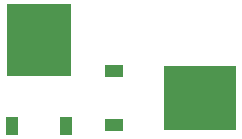
<source format=gbr>
G04 EAGLE Gerber RS-274X export*
G75*
%MOMM*%
%FSLAX34Y34*%
%LPD*%
%INSolderpaste Top*%
%IPPOS*%
%AMOC8*
5,1,8,0,0,1.08239X$1,22.5*%
G01*
%ADD10R,5.400000X6.200000*%
%ADD11R,1.000000X1.600000*%
%ADD12R,6.200000X5.400000*%
%ADD13R,1.600000X1.000000*%


D10*
X40700Y404500D03*
D11*
X17900Y331500D03*
X63500Y331500D03*
D12*
X177400Y355600D03*
D13*
X104400Y378400D03*
X104400Y332800D03*
M02*

</source>
